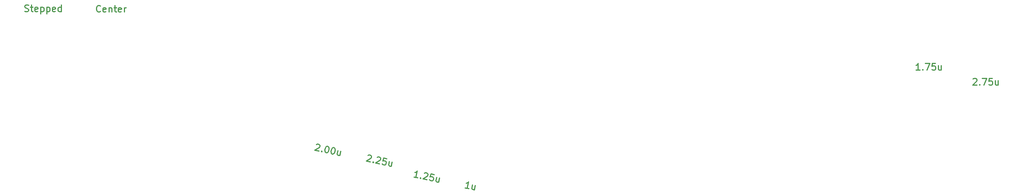
<source format=gbr>
G04 #@! TF.GenerationSoftware,KiCad,Pcbnew,(5.1.4)-1*
G04 #@! TF.CreationDate,2021-01-20T13:31:19-05:00*
G04 #@! TF.ProjectId,f103,66313033-2e6b-4696-9361-645f70636258,rev?*
G04 #@! TF.SameCoordinates,Original*
G04 #@! TF.FileFunction,Legend,Top*
G04 #@! TF.FilePolarity,Positive*
%FSLAX46Y46*%
G04 Gerber Fmt 4.6, Leading zero omitted, Abs format (unit mm)*
G04 Created by KiCad (PCBNEW (5.1.4)-1) date 2021-01-20 13:31:19*
%MOMM*%
%LPD*%
G04 APERTURE LIST*
%ADD10C,0.300000*%
%ADD11R,2.100000X2.100000*%
%ADD12C,2.100000*%
%ADD13O,2.100000X3.300000*%
%ADD14O,1.800000X1.800000*%
%ADD15R,1.800000X1.800000*%
%ADD16R,1.900000X1.900000*%
%ADD17C,1.900000*%
%ADD18C,4.087800*%
%ADD19C,1.850000*%
%ADD20C,3.148000*%
%ADD21O,1.800000X2.800000*%
%ADD22C,5.100000*%
G04 APERTURE END LIST*
D10*
X292179714Y-109870761D02*
X291036857Y-109870761D01*
X291608285Y-109870761D02*
X291608285Y-107870761D01*
X291417809Y-108156476D01*
X291227333Y-108346952D01*
X291036857Y-108442190D01*
X293036857Y-109680285D02*
X293132095Y-109775523D01*
X293036857Y-109870761D01*
X292941619Y-109775523D01*
X293036857Y-109680285D01*
X293036857Y-109870761D01*
X293798761Y-107870761D02*
X295132095Y-107870761D01*
X294274952Y-109870761D01*
X296846380Y-107870761D02*
X295894000Y-107870761D01*
X295798761Y-108823142D01*
X295894000Y-108727904D01*
X296084476Y-108632666D01*
X296560666Y-108632666D01*
X296751142Y-108727904D01*
X296846380Y-108823142D01*
X296941619Y-109013619D01*
X296941619Y-109489809D01*
X296846380Y-109680285D01*
X296751142Y-109775523D01*
X296560666Y-109870761D01*
X296084476Y-109870761D01*
X295894000Y-109775523D01*
X295798761Y-109680285D01*
X298655904Y-108537428D02*
X298655904Y-109870761D01*
X297798761Y-108537428D02*
X297798761Y-109585047D01*
X297894000Y-109775523D01*
X298084476Y-109870761D01*
X298370190Y-109870761D01*
X298560666Y-109775523D01*
X298655904Y-109680285D01*
X308308857Y-112633238D02*
X308404095Y-112538000D01*
X308594571Y-112442761D01*
X309070761Y-112442761D01*
X309261238Y-112538000D01*
X309356476Y-112633238D01*
X309451714Y-112823714D01*
X309451714Y-113014190D01*
X309356476Y-113299904D01*
X308213619Y-114442761D01*
X309451714Y-114442761D01*
X310308857Y-114252285D02*
X310404095Y-114347523D01*
X310308857Y-114442761D01*
X310213619Y-114347523D01*
X310308857Y-114252285D01*
X310308857Y-114442761D01*
X311070761Y-112442761D02*
X312404095Y-112442761D01*
X311546952Y-114442761D01*
X314118380Y-112442761D02*
X313166000Y-112442761D01*
X313070761Y-113395142D01*
X313166000Y-113299904D01*
X313356476Y-113204666D01*
X313832666Y-113204666D01*
X314023142Y-113299904D01*
X314118380Y-113395142D01*
X314213619Y-113585619D01*
X314213619Y-114061809D01*
X314118380Y-114252285D01*
X314023142Y-114347523D01*
X313832666Y-114442761D01*
X313356476Y-114442761D01*
X313166000Y-114347523D01*
X313070761Y-114252285D01*
X315927904Y-113109428D02*
X315927904Y-114442761D01*
X315070761Y-113109428D02*
X315070761Y-114157047D01*
X315166000Y-114347523D01*
X315356476Y-114442761D01*
X315642190Y-114442761D01*
X315832666Y-114347523D01*
X315927904Y-114252285D01*
X43545523Y-92027285D02*
X43450285Y-92122523D01*
X43164571Y-92217761D01*
X42974095Y-92217761D01*
X42688380Y-92122523D01*
X42497904Y-91932047D01*
X42402666Y-91741571D01*
X42307428Y-91360619D01*
X42307428Y-91074904D01*
X42402666Y-90693952D01*
X42497904Y-90503476D01*
X42688380Y-90313000D01*
X42974095Y-90217761D01*
X43164571Y-90217761D01*
X43450285Y-90313000D01*
X43545523Y-90408238D01*
X45164571Y-92122523D02*
X44974095Y-92217761D01*
X44593142Y-92217761D01*
X44402666Y-92122523D01*
X44307428Y-91932047D01*
X44307428Y-91170142D01*
X44402666Y-90979666D01*
X44593142Y-90884428D01*
X44974095Y-90884428D01*
X45164571Y-90979666D01*
X45259809Y-91170142D01*
X45259809Y-91360619D01*
X44307428Y-91551095D01*
X46116952Y-90884428D02*
X46116952Y-92217761D01*
X46116952Y-91074904D02*
X46212190Y-90979666D01*
X46402666Y-90884428D01*
X46688380Y-90884428D01*
X46878857Y-90979666D01*
X46974095Y-91170142D01*
X46974095Y-92217761D01*
X47640761Y-90884428D02*
X48402666Y-90884428D01*
X47926476Y-90217761D02*
X47926476Y-91932047D01*
X48021714Y-92122523D01*
X48212190Y-92217761D01*
X48402666Y-92217761D01*
X49831238Y-92122523D02*
X49640761Y-92217761D01*
X49259809Y-92217761D01*
X49069333Y-92122523D01*
X48974095Y-91932047D01*
X48974095Y-91170142D01*
X49069333Y-90979666D01*
X49259809Y-90884428D01*
X49640761Y-90884428D01*
X49831238Y-90979666D01*
X49926476Y-91170142D01*
X49926476Y-91360619D01*
X48974095Y-91551095D01*
X50783619Y-92217761D02*
X50783619Y-90884428D01*
X50783619Y-91265380D02*
X50878857Y-91074904D01*
X50974095Y-90979666D01*
X51164571Y-90884428D01*
X51355047Y-90884428D01*
X20590571Y-91995523D02*
X20876285Y-92090761D01*
X21352476Y-92090761D01*
X21542952Y-91995523D01*
X21638190Y-91900285D01*
X21733428Y-91709809D01*
X21733428Y-91519333D01*
X21638190Y-91328857D01*
X21542952Y-91233619D01*
X21352476Y-91138380D01*
X20971523Y-91043142D01*
X20781047Y-90947904D01*
X20685809Y-90852666D01*
X20590571Y-90662190D01*
X20590571Y-90471714D01*
X20685809Y-90281238D01*
X20781047Y-90186000D01*
X20971523Y-90090761D01*
X21447714Y-90090761D01*
X21733428Y-90186000D01*
X22304857Y-90757428D02*
X23066761Y-90757428D01*
X22590571Y-90090761D02*
X22590571Y-91805047D01*
X22685809Y-91995523D01*
X22876285Y-92090761D01*
X23066761Y-92090761D01*
X24495333Y-91995523D02*
X24304857Y-92090761D01*
X23923904Y-92090761D01*
X23733428Y-91995523D01*
X23638190Y-91805047D01*
X23638190Y-91043142D01*
X23733428Y-90852666D01*
X23923904Y-90757428D01*
X24304857Y-90757428D01*
X24495333Y-90852666D01*
X24590571Y-91043142D01*
X24590571Y-91233619D01*
X23638190Y-91424095D01*
X25447714Y-90757428D02*
X25447714Y-92757428D01*
X25447714Y-90852666D02*
X25638190Y-90757428D01*
X26019142Y-90757428D01*
X26209619Y-90852666D01*
X26304857Y-90947904D01*
X26400095Y-91138380D01*
X26400095Y-91709809D01*
X26304857Y-91900285D01*
X26209619Y-91995523D01*
X26019142Y-92090761D01*
X25638190Y-92090761D01*
X25447714Y-91995523D01*
X27257238Y-90757428D02*
X27257238Y-92757428D01*
X27257238Y-90852666D02*
X27447714Y-90757428D01*
X27828666Y-90757428D01*
X28019142Y-90852666D01*
X28114380Y-90947904D01*
X28209619Y-91138380D01*
X28209619Y-91709809D01*
X28114380Y-91900285D01*
X28019142Y-91995523D01*
X27828666Y-92090761D01*
X27447714Y-92090761D01*
X27257238Y-91995523D01*
X29828666Y-91995523D02*
X29638190Y-92090761D01*
X29257238Y-92090761D01*
X29066761Y-91995523D01*
X28971523Y-91805047D01*
X28971523Y-91043142D01*
X29066761Y-90852666D01*
X29257238Y-90757428D01*
X29638190Y-90757428D01*
X29828666Y-90852666D01*
X29923904Y-91043142D01*
X29923904Y-91233619D01*
X28971523Y-91424095D01*
X31638190Y-92090761D02*
X31638190Y-90090761D01*
X31638190Y-91995523D02*
X31447714Y-92090761D01*
X31066761Y-92090761D01*
X30876285Y-91995523D01*
X30781047Y-91900285D01*
X30685809Y-91709809D01*
X30685809Y-91138380D01*
X30781047Y-90947904D01*
X30876285Y-90852666D01*
X31066761Y-90757428D01*
X31447714Y-90757428D01*
X31638190Y-90852666D01*
X155314840Y-145976686D02*
X154196957Y-145739073D01*
X154755898Y-145857880D02*
X155171722Y-143901584D01*
X154926004Y-144141453D01*
X154700088Y-144288165D01*
X154493973Y-144341719D01*
X157268880Y-145028910D02*
X156991664Y-146333106D01*
X156430468Y-144850700D02*
X156212655Y-145875426D01*
X156266210Y-146081541D01*
X156432723Y-146214300D01*
X156712193Y-146273703D01*
X156918308Y-146220148D01*
X157031266Y-146146793D01*
X139777917Y-142687658D02*
X138660034Y-142450045D01*
X139218975Y-142568852D02*
X139634799Y-140612557D01*
X139389082Y-140852425D01*
X139163166Y-140999137D01*
X138957051Y-141052691D01*
X140655931Y-142679555D02*
X140729287Y-142792513D01*
X140616329Y-142865868D01*
X140542973Y-142752910D01*
X140655931Y-142679555D01*
X140616329Y-142865868D01*
X141830962Y-141274097D02*
X141943921Y-141200741D01*
X142150035Y-141147187D01*
X142615820Y-141246192D01*
X142782333Y-141378951D01*
X142855689Y-141491909D01*
X142909243Y-141698024D01*
X142869641Y-141884338D01*
X142717081Y-142144008D01*
X141361584Y-143024277D01*
X142572624Y-143281692D01*
X144758429Y-141701618D02*
X143826860Y-141503607D01*
X143535692Y-142415375D01*
X143648650Y-142342019D01*
X143854765Y-142288464D01*
X144320549Y-142387470D01*
X144487062Y-142520229D01*
X144560418Y-142633187D01*
X144613973Y-142839302D01*
X144514967Y-143305086D01*
X144382208Y-143471599D01*
X144269250Y-143544955D01*
X144063135Y-143598510D01*
X143597350Y-143499504D01*
X143430838Y-143366745D01*
X143357482Y-143253787D01*
X146389803Y-142729937D02*
X146112587Y-144034134D01*
X145551390Y-142551727D02*
X145333578Y-143576453D01*
X145387133Y-143782568D01*
X145553646Y-143915327D01*
X145833116Y-143974731D01*
X146039231Y-143921176D01*
X146152189Y-143847820D01*
X109064255Y-132552064D02*
X109177213Y-132478708D01*
X109383328Y-132425153D01*
X109849113Y-132524159D01*
X110015625Y-132656918D01*
X110088981Y-132769876D01*
X110142536Y-132975991D01*
X110102934Y-133162305D01*
X109950373Y-133421974D01*
X108594877Y-134302244D01*
X109805917Y-134559658D01*
X110683931Y-134551555D02*
X110757287Y-134664513D01*
X110644329Y-134737868D01*
X110570973Y-134624910D01*
X110683931Y-134551555D01*
X110644329Y-134737868D01*
X112364349Y-133058789D02*
X112550663Y-133098391D01*
X112717176Y-133231150D01*
X112790532Y-133344108D01*
X112844086Y-133550223D01*
X112858039Y-133942652D01*
X112759033Y-134408437D01*
X112586672Y-134761263D01*
X112453913Y-134927776D01*
X112340955Y-135001132D01*
X112134840Y-135054686D01*
X111948526Y-135015084D01*
X111782013Y-134882325D01*
X111708657Y-134769367D01*
X111655103Y-134563252D01*
X111641150Y-134170823D01*
X111740156Y-133705039D01*
X111912517Y-133352212D01*
X112045276Y-133185699D01*
X112158234Y-133112344D01*
X112364349Y-133058789D01*
X114227488Y-133454811D02*
X114413801Y-133494413D01*
X114580314Y-133627172D01*
X114653670Y-133740131D01*
X114707225Y-133946245D01*
X114721177Y-134338674D01*
X114622171Y-134804459D01*
X114449810Y-135157285D01*
X114317051Y-135323798D01*
X114204093Y-135397154D01*
X113997978Y-135450709D01*
X113811664Y-135411106D01*
X113645151Y-135278347D01*
X113571796Y-135165389D01*
X113518241Y-134959274D01*
X113504289Y-134566845D01*
X113603294Y-134101061D01*
X113775655Y-133748234D01*
X113908415Y-133581722D01*
X114021373Y-133508366D01*
X114227488Y-133454811D01*
X116417803Y-134601937D02*
X116140587Y-135906134D01*
X115579390Y-134423727D02*
X115361578Y-135448453D01*
X115415133Y-135654568D01*
X115581646Y-135787327D01*
X115861116Y-135846731D01*
X116067231Y-135793176D01*
X116180189Y-135719820D01*
X124685255Y-135854064D02*
X124798213Y-135780708D01*
X125004328Y-135727153D01*
X125470113Y-135826159D01*
X125636625Y-135958918D01*
X125709981Y-136071876D01*
X125763536Y-136277991D01*
X125723934Y-136464305D01*
X125571373Y-136723974D01*
X124215877Y-137604244D01*
X125426917Y-137861658D01*
X126304931Y-137853555D02*
X126378287Y-137966513D01*
X126265329Y-138039868D01*
X126191973Y-137926910D01*
X126304931Y-137853555D01*
X126265329Y-138039868D01*
X127479962Y-136448097D02*
X127592921Y-136374741D01*
X127799035Y-136321187D01*
X128264820Y-136420192D01*
X128431333Y-136552951D01*
X128504689Y-136665909D01*
X128558243Y-136872024D01*
X128518641Y-137058338D01*
X128366081Y-137318008D01*
X127010584Y-138198277D01*
X128221624Y-138455692D01*
X130407429Y-136875618D02*
X129475860Y-136677607D01*
X129184692Y-137589375D01*
X129297650Y-137516019D01*
X129503765Y-137462464D01*
X129969549Y-137561470D01*
X130136062Y-137694229D01*
X130209418Y-137807187D01*
X130262973Y-138013302D01*
X130163967Y-138479086D01*
X130031208Y-138645599D01*
X129918250Y-138718955D01*
X129712135Y-138772510D01*
X129246350Y-138673504D01*
X129079838Y-138540745D01*
X129006482Y-138427787D01*
X132038803Y-137903937D02*
X131761587Y-139208134D01*
X131200390Y-137725727D02*
X130982578Y-138750453D01*
X131036133Y-138956568D01*
X131202646Y-139089327D01*
X131482116Y-139148731D01*
X131688231Y-139095176D01*
X131801189Y-139021820D01*
%LPC*%
D11*
X15002251Y-53478916D03*
D12*
X17502251Y-53478916D03*
X20002251Y-53478916D03*
D13*
X11902251Y-45978916D03*
X23102251Y-45978916D03*
D12*
X15002251Y-38978916D03*
X20002251Y-38978916D03*
D14*
X172051182Y-40339546D03*
X169511182Y-40339546D03*
X166971182Y-40339546D03*
D15*
X164431182Y-40339546D03*
D16*
X712252Y-131598910D03*
D17*
X3252252Y-131598910D03*
D16*
X712252Y-127098920D03*
D17*
X3252252Y-127098920D03*
D16*
X712249Y-122598920D03*
D17*
X3252249Y-122598920D03*
D18*
X150241252Y-138779921D03*
D19*
X145272262Y-137723730D03*
X155210242Y-139836112D03*
D18*
X119864250Y-132329917D03*
D19*
X114895260Y-131273726D03*
X124833240Y-133386108D03*
D20*
X106734861Y-136680228D03*
X130089113Y-141644328D03*
D18*
X109903435Y-121773259D03*
X133257687Y-126737358D03*
X34671251Y-86218917D03*
D19*
X29591251Y-86218917D03*
X39751251Y-86218917D03*
D18*
X328512253Y-105268919D03*
D19*
X323432253Y-105268919D03*
X333592253Y-105268919D03*
D18*
X302318249Y-105268919D03*
D19*
X297238249Y-105268919D03*
X307398249Y-105268919D03*
D18*
X315903249Y-48118917D03*
D19*
X310823249Y-48118917D03*
X320983249Y-48118917D03*
D18*
X296853252Y-48118916D03*
D19*
X291773252Y-48118916D03*
X301933252Y-48118916D03*
D18*
X320069250Y-124366919D03*
D19*
X314989250Y-124366919D03*
X325149250Y-124366919D03*
D18*
X315313253Y-67168913D03*
D19*
X310233253Y-67168913D03*
X320393253Y-67168913D03*
D18*
X311843247Y-105268913D03*
D19*
X306763247Y-105268913D03*
X316923247Y-105268913D03*
D20*
X299905247Y-98283913D03*
X323781247Y-98283913D03*
D18*
X299905247Y-113523913D03*
X323781247Y-113523913D03*
X312433249Y-86218916D03*
D19*
X307353249Y-86218916D03*
X317513249Y-86218916D03*
D20*
X300495249Y-93203916D03*
X324371249Y-93203916D03*
D18*
X300495249Y-77963916D03*
X324371249Y-77963916D03*
X291493252Y-67168923D03*
D19*
X286413252Y-67168923D03*
X296573252Y-67168923D03*
D18*
X306378251Y-48116095D03*
D19*
X301298251Y-48116095D03*
X311458251Y-48116095D03*
D20*
X294440251Y-41131095D03*
X318316251Y-41131095D03*
D18*
X294440251Y-56371095D03*
X318316251Y-56371095D03*
X276123251Y-105268922D03*
D19*
X271043251Y-105268922D03*
X281203251Y-105268922D03*
D18*
X281483251Y-86218917D03*
D19*
X276403251Y-86218917D03*
X286563251Y-86218917D03*
D18*
X272443255Y-67168920D03*
D19*
X267363255Y-67168920D03*
X277523255Y-67168920D03*
D18*
X277803253Y-48118919D03*
D19*
X272723253Y-48118919D03*
X282883253Y-48118919D03*
D18*
X257105252Y-105268915D03*
D19*
X252025252Y-105268915D03*
X262185252Y-105268915D03*
D18*
X262433249Y-86218912D03*
D19*
X257353249Y-86218912D03*
X267513249Y-86218912D03*
D18*
X253813252Y-66108923D03*
D19*
X248733252Y-66108923D03*
X258893252Y-66108923D03*
D18*
X259173247Y-45978914D03*
D19*
X254093247Y-45978914D03*
X264253247Y-45978914D03*
D18*
X241383252Y-126818916D03*
D19*
X236414262Y-127875107D03*
X246352242Y-125762725D03*
D18*
X236573249Y-106828919D03*
D19*
X231604259Y-107885110D03*
X241542239Y-105772728D03*
D18*
X241933251Y-86218918D03*
D19*
X236964261Y-87275109D03*
X246902241Y-85162727D03*
D18*
X233313248Y-68568919D03*
D19*
X228344258Y-69625110D03*
X238282238Y-67512728D03*
D18*
X238673252Y-47958920D03*
D19*
X233704262Y-49015111D03*
X243642242Y-46902729D03*
D18*
X217939254Y-110789923D03*
D19*
X212970264Y-111846114D03*
X222908244Y-109733732D03*
D18*
X223299253Y-90179914D03*
D19*
X218330263Y-91236105D03*
X228268243Y-89123723D03*
D18*
X214679252Y-72529913D03*
D19*
X209710262Y-73586104D03*
X219648242Y-71473722D03*
D18*
X220039250Y-51919921D03*
D19*
X215070260Y-52976112D03*
X225008240Y-50863730D03*
D18*
X200972250Y-133879923D03*
D19*
X196003260Y-134936114D03*
X205941240Y-132823732D03*
D20*
X190747387Y-143194334D03*
X214101639Y-138230234D03*
D18*
X187578813Y-128287364D03*
X210933065Y-123323265D03*
X199305250Y-114750923D03*
D19*
X194336260Y-115807114D03*
X204274240Y-113694732D03*
D18*
X204665248Y-94140915D03*
D19*
X199696258Y-95197106D03*
X209634238Y-93084724D03*
D18*
X196045248Y-76490920D03*
D19*
X191076258Y-77547111D03*
X201014238Y-75434729D03*
D18*
X201405249Y-55880915D03*
D19*
X196436259Y-56937106D03*
X206374239Y-54824724D03*
D18*
X180671250Y-118711916D03*
D19*
X175702260Y-119768107D03*
X185640240Y-117655725D03*
D18*
X186031255Y-98101911D03*
D19*
X181062265Y-99158102D03*
X191000245Y-97045720D03*
D18*
X177411253Y-80451917D03*
D19*
X172442263Y-81508108D03*
X182380243Y-79395726D03*
D18*
X182771249Y-59841912D03*
D19*
X177802259Y-60898103D03*
X187740239Y-58785721D03*
D18*
X154609248Y-61821918D03*
D19*
X149640258Y-60765727D03*
X159578238Y-62878109D03*
D18*
X152516249Y-139280918D03*
D19*
X147547259Y-138224727D03*
X157485239Y-140337109D03*
D18*
X147384251Y-118711916D03*
D19*
X142415261Y-117655725D03*
X152353241Y-119768107D03*
D18*
X142034254Y-98101913D03*
D19*
X137065264Y-97045722D03*
X147003244Y-99158104D03*
D18*
X141334253Y-78471922D03*
D19*
X136365263Y-77415731D03*
X146303243Y-79528113D03*
D18*
X135980255Y-57860916D03*
D19*
X131011265Y-56804725D03*
X140949245Y-58917107D03*
D18*
X122249248Y-132855919D03*
D19*
X117280258Y-131799728D03*
X127218238Y-133912110D03*
D20*
X109119859Y-137206230D03*
X132474111Y-142170330D03*
D18*
X112288433Y-122299261D03*
X135642685Y-127263360D03*
X128750248Y-114750914D03*
D19*
X123781258Y-113694723D03*
X133719238Y-115807105D03*
D18*
X123400248Y-94140917D03*
D19*
X118431258Y-93084726D03*
X128369238Y-95197108D03*
D18*
X122700248Y-74510919D03*
D19*
X117731258Y-73454728D03*
X127669238Y-75567110D03*
D18*
X117346250Y-53899917D03*
D19*
X112377260Y-52843726D03*
X122315240Y-54956108D03*
D18*
X110116253Y-110789922D03*
D19*
X105147263Y-109733731D03*
X115085243Y-111846113D03*
D18*
X104766252Y-90179914D03*
D19*
X99797262Y-89123723D03*
X109735242Y-91236105D03*
D18*
X104066255Y-70549919D03*
D19*
X99097265Y-69493728D03*
X109035245Y-71606110D03*
D18*
X98712256Y-49938919D03*
D19*
X93743266Y-48882728D03*
X103681246Y-50995110D03*
D18*
X86672251Y-126818921D03*
D19*
X81703261Y-125762730D03*
X91641241Y-127875112D03*
D18*
X91482255Y-106828918D03*
D19*
X86513265Y-105772727D03*
X96451245Y-107885109D03*
D18*
X86132254Y-86218916D03*
D19*
X81163264Y-85162725D03*
X91101244Y-87275107D03*
D18*
X85432254Y-66588917D03*
D19*
X80463264Y-65532726D03*
X90401244Y-67645108D03*
D18*
X78212250Y-45978916D03*
D19*
X73132250Y-45978916D03*
X83292250Y-45978916D03*
D18*
X70982247Y-105268919D03*
D19*
X65902247Y-105268919D03*
X76062247Y-105268919D03*
D18*
X65632252Y-86218919D03*
D19*
X60552252Y-86218919D03*
X70712252Y-86218919D03*
D18*
X64932255Y-67168917D03*
D19*
X59852255Y-67168917D03*
X70012255Y-67168917D03*
D18*
X59572258Y-48118915D03*
D19*
X54492258Y-48118915D03*
X64652258Y-48118915D03*
D18*
X32892256Y-124318917D03*
D19*
X27812256Y-124318917D03*
X37972256Y-124318917D03*
D18*
X40032247Y-105268918D03*
D19*
X34952247Y-105268918D03*
X45112247Y-105268918D03*
D20*
X28094247Y-98283918D03*
X51970247Y-98283918D03*
D18*
X28094247Y-113523918D03*
X51970247Y-113523918D03*
X39434256Y-86218912D03*
D19*
X34354256Y-86218912D03*
X44514256Y-86218912D03*
D18*
X41122252Y-67168919D03*
D19*
X36042252Y-67168919D03*
X46202252Y-67168919D03*
D18*
X40522253Y-48118914D03*
D19*
X35442253Y-48118914D03*
X45602253Y-48118914D03*
D18*
X9272254Y-84078921D03*
D19*
X4192254Y-84078921D03*
X14352254Y-84078921D03*
D18*
X13342246Y-65028918D03*
D19*
X8262246Y-65028918D03*
X18422246Y-65028918D03*
D18*
X17502251Y-45978916D03*
D19*
X12422251Y-45978916D03*
X22582251Y-45978916D03*
D21*
X164992251Y-37060360D03*
X172292251Y-37060360D03*
X172292251Y-32560360D03*
X164992251Y-32560360D03*
D22*
X208455248Y-41056916D03*
X127510253Y-42736911D03*
M02*

</source>
